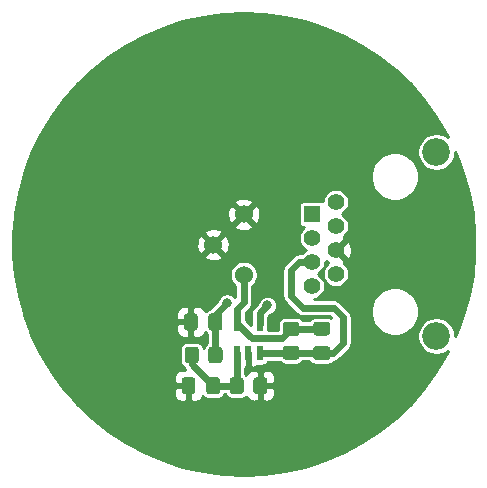
<source format=gbr>
%TF.GenerationSoftware,KiCad,Pcbnew,(5.1.8-0-10_14)*%
%TF.CreationDate,2021-03-11T09:36:11+11:00*%
%TF.ProjectId,Sensor,53656e73-6f72-42e6-9b69-6361645f7063,rev?*%
%TF.SameCoordinates,Original*%
%TF.FileFunction,Copper,L2,Bot*%
%TF.FilePolarity,Positive*%
%FSLAX46Y46*%
G04 Gerber Fmt 4.6, Leading zero omitted, Abs format (unit mm)*
G04 Created by KiCad (PCBNEW (5.1.8-0-10_14)) date 2021-03-11 09:36:11*
%MOMM*%
%LPD*%
G01*
G04 APERTURE LIST*
%TA.AperFunction,ComponentPad*%
%ADD10C,1.524000*%
%TD*%
%TA.AperFunction,SMDPad,CuDef*%
%ADD11R,0.590000X1.210000*%
%TD*%
%TA.AperFunction,ComponentPad*%
%ADD12C,2.355000*%
%TD*%
%TA.AperFunction,ComponentPad*%
%ADD13C,1.398000*%
%TD*%
%TA.AperFunction,ComponentPad*%
%ADD14R,1.398000X1.398000*%
%TD*%
%TA.AperFunction,ViaPad*%
%ADD15C,0.800000*%
%TD*%
%TA.AperFunction,Conductor*%
%ADD16C,0.600000*%
%TD*%
%TA.AperFunction,Conductor*%
%ADD17C,0.254000*%
%TD*%
%TA.AperFunction,Conductor*%
%ADD18C,0.100000*%
%TD*%
G04 APERTURE END LIST*
D10*
%TO.P,D1,2*%
%TO.N,/AnalogGND*%
X208000000Y-83660000D03*
%TO.P,D1,3*%
%TO.N,Net-(C2-Pad2)*%
X210600000Y-86200000D03*
%TO.P,D1,1*%
%TO.N,/AnalogGND*%
X210600000Y-81100000D03*
%TD*%
D11*
%TO.P,U1,5*%
%TO.N,/3.3V*%
X211950000Y-90345000D03*
%TO.P,U1,4*%
%TO.N,Net-(C2-Pad2)*%
X210050000Y-90345000D03*
%TO.P,U1,3*%
%TO.N,Net-(C1-Pad1)*%
X210050000Y-92855000D03*
%TO.P,U1,2*%
%TO.N,/AnalogGND*%
X211000000Y-92855000D03*
%TO.P,U1,1*%
%TO.N,/Fout*%
X211950000Y-92855000D03*
%TD*%
%TO.P,R3,2*%
%TO.N,Net-(C2-Pad2)*%
%TA.AperFunction,SMDPad,CuDef*%
G36*
G01*
X215050001Y-91400000D02*
X214149999Y-91400000D01*
G75*
G02*
X213900000Y-91150001I0J249999D01*
G01*
X213900000Y-90449999D01*
G75*
G02*
X214149999Y-90200000I249999J0D01*
G01*
X215050001Y-90200000D01*
G75*
G02*
X215300000Y-90449999I0J-249999D01*
G01*
X215300000Y-91150001D01*
G75*
G02*
X215050001Y-91400000I-249999J0D01*
G01*
G37*
%TD.AperFunction*%
%TO.P,R3,1*%
%TO.N,/Fout*%
%TA.AperFunction,SMDPad,CuDef*%
G36*
G01*
X215050001Y-93400000D02*
X214149999Y-93400000D01*
G75*
G02*
X213900000Y-93150001I0J249999D01*
G01*
X213900000Y-92449999D01*
G75*
G02*
X214149999Y-92200000I249999J0D01*
G01*
X215050001Y-92200000D01*
G75*
G02*
X215300000Y-92449999I0J-249999D01*
G01*
X215300000Y-93150001D01*
G75*
G02*
X215050001Y-93400000I-249999J0D01*
G01*
G37*
%TD.AperFunction*%
%TD*%
%TO.P,R2,2*%
%TO.N,/AnalogGND*%
%TA.AperFunction,SMDPad,CuDef*%
G36*
G01*
X211400000Y-96050001D02*
X211400000Y-95149999D01*
G75*
G02*
X211649999Y-94900000I249999J0D01*
G01*
X212350001Y-94900000D01*
G75*
G02*
X212600000Y-95149999I0J-249999D01*
G01*
X212600000Y-96050001D01*
G75*
G02*
X212350001Y-96300000I-249999J0D01*
G01*
X211649999Y-96300000D01*
G75*
G02*
X211400000Y-96050001I0J249999D01*
G01*
G37*
%TD.AperFunction*%
%TO.P,R2,1*%
%TO.N,Net-(C1-Pad1)*%
%TA.AperFunction,SMDPad,CuDef*%
G36*
G01*
X209400000Y-96050001D02*
X209400000Y-95149999D01*
G75*
G02*
X209649999Y-94900000I249999J0D01*
G01*
X210350001Y-94900000D01*
G75*
G02*
X210600000Y-95149999I0J-249999D01*
G01*
X210600000Y-96050001D01*
G75*
G02*
X210350001Y-96300000I-249999J0D01*
G01*
X209649999Y-96300000D01*
G75*
G02*
X209400000Y-96050001I0J249999D01*
G01*
G37*
%TD.AperFunction*%
%TD*%
%TO.P,R1,2*%
%TO.N,Net-(C1-Pad1)*%
%TA.AperFunction,SMDPad,CuDef*%
G36*
G01*
X206800000Y-92549999D02*
X206800000Y-93450001D01*
G75*
G02*
X206550001Y-93700000I-249999J0D01*
G01*
X205849999Y-93700000D01*
G75*
G02*
X205600000Y-93450001I0J249999D01*
G01*
X205600000Y-92549999D01*
G75*
G02*
X205849999Y-92300000I249999J0D01*
G01*
X206550001Y-92300000D01*
G75*
G02*
X206800000Y-92549999I0J-249999D01*
G01*
G37*
%TD.AperFunction*%
%TO.P,R1,1*%
%TO.N,/3.3V*%
%TA.AperFunction,SMDPad,CuDef*%
G36*
G01*
X208800000Y-92549999D02*
X208800000Y-93450001D01*
G75*
G02*
X208550001Y-93700000I-249999J0D01*
G01*
X207849999Y-93700000D01*
G75*
G02*
X207600000Y-93450001I0J249999D01*
G01*
X207600000Y-92549999D01*
G75*
G02*
X207849999Y-92300000I249999J0D01*
G01*
X208550001Y-92300000D01*
G75*
G02*
X208800000Y-92549999I0J-249999D01*
G01*
G37*
%TD.AperFunction*%
%TD*%
D12*
%TO.P,J1,S2*%
%TO.N,/SensorGND*%
X226910000Y-75800000D03*
%TO.P,J1,S1*%
X226910000Y-91400000D03*
D13*
%TO.P,J1,8*%
X218400000Y-86135000D03*
%TO.P,J1,7*%
%TO.N,Net-(J1-Pad7)*%
X216370000Y-87155000D03*
%TO.P,J1,6*%
%TO.N,/Fout*%
X216370000Y-85125000D03*
%TO.P,J1,5*%
%TO.N,Net-(J1-Pad5)*%
X216370000Y-83095000D03*
%TO.P,J1,4*%
%TO.N,/AnalogGND*%
X218400000Y-84105000D03*
%TO.P,J1,3*%
%TO.N,Net-(J1-Pad3)*%
X218400000Y-82075000D03*
%TO.P,J1,2*%
%TO.N,Net-(J1-Pad2)*%
X218400000Y-80045000D03*
D14*
%TO.P,J1,1*%
%TO.N,/3.3V*%
X216370000Y-81065000D03*
%TD*%
%TO.P,C3,2*%
%TO.N,/3.3V*%
%TA.AperFunction,SMDPad,CuDef*%
G36*
G01*
X207612500Y-90675000D02*
X207612500Y-89725000D01*
G75*
G02*
X207862500Y-89475000I250000J0D01*
G01*
X208537500Y-89475000D01*
G75*
G02*
X208787500Y-89725000I0J-250000D01*
G01*
X208787500Y-90675000D01*
G75*
G02*
X208537500Y-90925000I-250000J0D01*
G01*
X207862500Y-90925000D01*
G75*
G02*
X207612500Y-90675000I0J250000D01*
G01*
G37*
%TD.AperFunction*%
%TO.P,C3,1*%
%TO.N,/AnalogGND*%
%TA.AperFunction,SMDPad,CuDef*%
G36*
G01*
X205537500Y-90675000D02*
X205537500Y-89725000D01*
G75*
G02*
X205787500Y-89475000I250000J0D01*
G01*
X206462500Y-89475000D01*
G75*
G02*
X206712500Y-89725000I0J-250000D01*
G01*
X206712500Y-90675000D01*
G75*
G02*
X206462500Y-90925000I-250000J0D01*
G01*
X205787500Y-90925000D01*
G75*
G02*
X205537500Y-90675000I0J250000D01*
G01*
G37*
%TD.AperFunction*%
%TD*%
%TO.P,C2,2*%
%TO.N,Net-(C2-Pad2)*%
%TA.AperFunction,SMDPad,CuDef*%
G36*
G01*
X217675000Y-91350000D02*
X216725000Y-91350000D01*
G75*
G02*
X216475000Y-91100000I0J250000D01*
G01*
X216475000Y-90425000D01*
G75*
G02*
X216725000Y-90175000I250000J0D01*
G01*
X217675000Y-90175000D01*
G75*
G02*
X217925000Y-90425000I0J-250000D01*
G01*
X217925000Y-91100000D01*
G75*
G02*
X217675000Y-91350000I-250000J0D01*
G01*
G37*
%TD.AperFunction*%
%TO.P,C2,1*%
%TO.N,/Fout*%
%TA.AperFunction,SMDPad,CuDef*%
G36*
G01*
X217675000Y-93425000D02*
X216725000Y-93425000D01*
G75*
G02*
X216475000Y-93175000I0J250000D01*
G01*
X216475000Y-92500000D01*
G75*
G02*
X216725000Y-92250000I250000J0D01*
G01*
X217675000Y-92250000D01*
G75*
G02*
X217925000Y-92500000I0J-250000D01*
G01*
X217925000Y-93175000D01*
G75*
G02*
X217675000Y-93425000I-250000J0D01*
G01*
G37*
%TD.AperFunction*%
%TD*%
%TO.P,C1,2*%
%TO.N,/AnalogGND*%
%TA.AperFunction,SMDPad,CuDef*%
G36*
G01*
X206512500Y-95125000D02*
X206512500Y-96075000D01*
G75*
G02*
X206262500Y-96325000I-250000J0D01*
G01*
X205587500Y-96325000D01*
G75*
G02*
X205337500Y-96075000I0J250000D01*
G01*
X205337500Y-95125000D01*
G75*
G02*
X205587500Y-94875000I250000J0D01*
G01*
X206262500Y-94875000D01*
G75*
G02*
X206512500Y-95125000I0J-250000D01*
G01*
G37*
%TD.AperFunction*%
%TO.P,C1,1*%
%TO.N,Net-(C1-Pad1)*%
%TA.AperFunction,SMDPad,CuDef*%
G36*
G01*
X208587500Y-95125000D02*
X208587500Y-96075000D01*
G75*
G02*
X208337500Y-96325000I-250000J0D01*
G01*
X207662500Y-96325000D01*
G75*
G02*
X207412500Y-96075000I0J250000D01*
G01*
X207412500Y-95125000D01*
G75*
G02*
X207662500Y-94875000I250000J0D01*
G01*
X208337500Y-94875000D01*
G75*
G02*
X208587500Y-95125000I0J-250000D01*
G01*
G37*
%TD.AperFunction*%
%TD*%
D15*
%TO.N,/3.3V*%
X212600000Y-88800000D03*
X209200000Y-88600000D03*
%TD*%
D16*
%TO.N,Net-(C1-Pad1)*%
X206200000Y-93800000D02*
X208000000Y-95600000D01*
X206200000Y-93000000D02*
X206200000Y-93800000D01*
X208000000Y-95600000D02*
X210000000Y-95600000D01*
X210000000Y-92905000D02*
X210050000Y-92855000D01*
X210000000Y-95600000D02*
X210000000Y-92905000D01*
%TO.N,Net-(C2-Pad2)*%
X217162500Y-90800000D02*
X217200000Y-90762500D01*
X214600000Y-90800000D02*
X217162500Y-90800000D01*
X214600000Y-90800000D02*
X213800000Y-91600000D01*
X211305000Y-91600000D02*
X210050000Y-90345000D01*
X213800000Y-91600000D02*
X211305000Y-91600000D01*
X210600000Y-86200000D02*
X210600000Y-88532002D01*
X210050000Y-89082002D02*
X210050000Y-90345000D01*
X210600000Y-88532002D02*
X210050000Y-89082002D01*
%TO.N,/Fout*%
X214545000Y-92855000D02*
X214600000Y-92800000D01*
X211950000Y-92855000D02*
X214545000Y-92855000D01*
X217162500Y-92800000D02*
X217200000Y-92837500D01*
X214600000Y-92800000D02*
X217162500Y-92800000D01*
X214600000Y-85800000D02*
X215275000Y-85125000D01*
X214600000Y-88000000D02*
X214600000Y-85800000D01*
X215275000Y-85125000D02*
X216370000Y-85125000D01*
X215600000Y-89000000D02*
X214600000Y-88000000D01*
X219000000Y-89800000D02*
X218200000Y-89000000D01*
X218200000Y-89000000D02*
X215600000Y-89000000D01*
X219000000Y-92000000D02*
X219000000Y-89800000D01*
X218162500Y-92837500D02*
X219000000Y-92000000D01*
X217200000Y-92837500D02*
X218162500Y-92837500D01*
%TO.N,/3.3V*%
X211950000Y-90345000D02*
X211950000Y-89450000D01*
X211950000Y-89450000D02*
X212600000Y-88800000D01*
X208200000Y-90200000D02*
X208200000Y-89600000D01*
X208200000Y-89600000D02*
X209200000Y-88600000D01*
X208200000Y-90200000D02*
X208200000Y-93000000D01*
%TD*%
D17*
%TO.N,/AnalogGND*%
X212352269Y-64130695D02*
X214090430Y-64366144D01*
X215800488Y-64756454D01*
X217468675Y-65298481D01*
X219081559Y-65987861D01*
X220626155Y-66819043D01*
X222090026Y-67785336D01*
X223461386Y-68878959D01*
X224729194Y-70091107D01*
X225883242Y-71412021D01*
X226914238Y-72831066D01*
X227813881Y-74336815D01*
X227911459Y-74539439D01*
X227670016Y-74378111D01*
X227378015Y-74257161D01*
X227068029Y-74195500D01*
X226751971Y-74195500D01*
X226441985Y-74257161D01*
X226149984Y-74378111D01*
X225887191Y-74553704D01*
X225663704Y-74777191D01*
X225488111Y-75039984D01*
X225367161Y-75331985D01*
X225305500Y-75641971D01*
X225305500Y-75958029D01*
X225367161Y-76268015D01*
X225488111Y-76560016D01*
X225663704Y-76822809D01*
X225887191Y-77046296D01*
X226149984Y-77221889D01*
X226441985Y-77342839D01*
X226751971Y-77404500D01*
X227068029Y-77404500D01*
X227378015Y-77342839D01*
X227670016Y-77221889D01*
X227932809Y-77046296D01*
X228156296Y-76822809D01*
X228331889Y-76560016D01*
X228452839Y-76268015D01*
X228514500Y-75958029D01*
X228514500Y-75791665D01*
X228574929Y-75917147D01*
X229191253Y-77559336D01*
X229657891Y-79250161D01*
X229971086Y-80976008D01*
X230128316Y-82722982D01*
X230128316Y-84477018D01*
X229971086Y-86223992D01*
X229657891Y-87949839D01*
X229191253Y-89640664D01*
X228574929Y-91282853D01*
X228514500Y-91408335D01*
X228514500Y-91241971D01*
X228452839Y-90931985D01*
X228331889Y-90639984D01*
X228156296Y-90377191D01*
X227932809Y-90153704D01*
X227670016Y-89978111D01*
X227378015Y-89857161D01*
X227068029Y-89795500D01*
X226751971Y-89795500D01*
X226441985Y-89857161D01*
X226149984Y-89978111D01*
X225887191Y-90153704D01*
X225663704Y-90377191D01*
X225488111Y-90639984D01*
X225367161Y-90931985D01*
X225305500Y-91241971D01*
X225305500Y-91558029D01*
X225367161Y-91868015D01*
X225488111Y-92160016D01*
X225663704Y-92422809D01*
X225887191Y-92646296D01*
X226149984Y-92821889D01*
X226441985Y-92942839D01*
X226751971Y-93004500D01*
X227068029Y-93004500D01*
X227378015Y-92942839D01*
X227670016Y-92821889D01*
X227911459Y-92660561D01*
X227813881Y-92863185D01*
X226914238Y-94368934D01*
X225883242Y-95787979D01*
X224729194Y-97108893D01*
X223461386Y-98321041D01*
X222090026Y-99414664D01*
X220626155Y-100380957D01*
X219081559Y-101212139D01*
X217468675Y-101901519D01*
X215800488Y-102443546D01*
X214090430Y-102833856D01*
X212352269Y-103069305D01*
X210600000Y-103148000D01*
X208847731Y-103069305D01*
X207109570Y-102833856D01*
X205399512Y-102443546D01*
X203731325Y-101901519D01*
X202118441Y-101212139D01*
X200573845Y-100380957D01*
X199109974Y-99414664D01*
X197738614Y-98321041D01*
X196470806Y-97108893D01*
X195785940Y-96325000D01*
X204699428Y-96325000D01*
X204711688Y-96449482D01*
X204747998Y-96569180D01*
X204806963Y-96679494D01*
X204886315Y-96776185D01*
X204983006Y-96855537D01*
X205093320Y-96914502D01*
X205213018Y-96950812D01*
X205337500Y-96963072D01*
X205639250Y-96960000D01*
X205798000Y-96801250D01*
X205798000Y-95727000D01*
X204861250Y-95727000D01*
X204702500Y-95885750D01*
X204699428Y-96325000D01*
X195785940Y-96325000D01*
X195316758Y-95787979D01*
X194653441Y-94875000D01*
X204699428Y-94875000D01*
X204702500Y-95314250D01*
X204861250Y-95473000D01*
X205798000Y-95473000D01*
X205798000Y-95453000D01*
X206052000Y-95453000D01*
X206052000Y-95473000D01*
X206072000Y-95473000D01*
X206072000Y-95727000D01*
X206052000Y-95727000D01*
X206052000Y-96801250D01*
X206210750Y-96960000D01*
X206512500Y-96963072D01*
X206636982Y-96950812D01*
X206756680Y-96914502D01*
X206866994Y-96855537D01*
X206963685Y-96776185D01*
X207043037Y-96679494D01*
X207102002Y-96569180D01*
X207126782Y-96487490D01*
X207182328Y-96555172D01*
X207285231Y-96639623D01*
X207402633Y-96702375D01*
X207530021Y-96741018D01*
X207662500Y-96754066D01*
X208337500Y-96754066D01*
X208469979Y-96741018D01*
X208597367Y-96702375D01*
X208714769Y-96639623D01*
X208817672Y-96555172D01*
X208902123Y-96452269D01*
X208964875Y-96334867D01*
X208967261Y-96327000D01*
X209031782Y-96327000D01*
X209085377Y-96427269D01*
X209169828Y-96530172D01*
X209272731Y-96614623D01*
X209390132Y-96677375D01*
X209517520Y-96716018D01*
X209649999Y-96729066D01*
X210350001Y-96729066D01*
X210482480Y-96716018D01*
X210609868Y-96677375D01*
X210727269Y-96614623D01*
X210811292Y-96545666D01*
X210869463Y-96654494D01*
X210948815Y-96751185D01*
X211045506Y-96830537D01*
X211155820Y-96889502D01*
X211275518Y-96925812D01*
X211400000Y-96938072D01*
X211714250Y-96935000D01*
X211873000Y-96776250D01*
X211873000Y-95727000D01*
X212127000Y-95727000D01*
X212127000Y-96776250D01*
X212285750Y-96935000D01*
X212600000Y-96938072D01*
X212724482Y-96925812D01*
X212844180Y-96889502D01*
X212954494Y-96830537D01*
X213051185Y-96751185D01*
X213130537Y-96654494D01*
X213189502Y-96544180D01*
X213225812Y-96424482D01*
X213238072Y-96300000D01*
X213235000Y-95885750D01*
X213076250Y-95727000D01*
X212127000Y-95727000D01*
X211873000Y-95727000D01*
X211853000Y-95727000D01*
X211853000Y-95473000D01*
X211873000Y-95473000D01*
X211873000Y-94423750D01*
X212127000Y-94423750D01*
X212127000Y-95473000D01*
X213076250Y-95473000D01*
X213235000Y-95314250D01*
X213238072Y-94900000D01*
X213225812Y-94775518D01*
X213189502Y-94655820D01*
X213130537Y-94545506D01*
X213051185Y-94448815D01*
X212954494Y-94369463D01*
X212844180Y-94310498D01*
X212724482Y-94274188D01*
X212600000Y-94261928D01*
X212285750Y-94265000D01*
X212127000Y-94423750D01*
X211873000Y-94423750D01*
X211714250Y-94265000D01*
X211400000Y-94261928D01*
X211275518Y-94274188D01*
X211155820Y-94310498D01*
X211045506Y-94369463D01*
X210948815Y-94448815D01*
X210869463Y-94545506D01*
X210811292Y-94654334D01*
X210727269Y-94585377D01*
X210727000Y-94585233D01*
X210727000Y-94082250D01*
X210873000Y-93936250D01*
X210873000Y-92982000D01*
X210853000Y-92982000D01*
X210853000Y-92728000D01*
X210873000Y-92728000D01*
X210873000Y-92708000D01*
X211127000Y-92708000D01*
X211127000Y-92728000D01*
X211147000Y-92728000D01*
X211147000Y-92982000D01*
X211127000Y-92982000D01*
X211127000Y-93936250D01*
X211285750Y-94095000D01*
X211295000Y-94098072D01*
X211419482Y-94085812D01*
X211539180Y-94049502D01*
X211649494Y-93990537D01*
X211746185Y-93911185D01*
X211764338Y-93889066D01*
X212245000Y-93889066D01*
X212328707Y-93880822D01*
X212409196Y-93856405D01*
X212483376Y-93816755D01*
X212548395Y-93763395D01*
X212601755Y-93698376D01*
X212641405Y-93624196D01*
X212654206Y-93582000D01*
X213630294Y-93582000D01*
X213669828Y-93630172D01*
X213772731Y-93714623D01*
X213890132Y-93777375D01*
X214017520Y-93816018D01*
X214149999Y-93829066D01*
X215050001Y-93829066D01*
X215182480Y-93816018D01*
X215309868Y-93777375D01*
X215427269Y-93714623D01*
X215530172Y-93630172D01*
X215614623Y-93527269D01*
X215614767Y-93527000D01*
X216146871Y-93527000D01*
X216160377Y-93552269D01*
X216244828Y-93655172D01*
X216347731Y-93739623D01*
X216465133Y-93802375D01*
X216592521Y-93841018D01*
X216725000Y-93854066D01*
X217675000Y-93854066D01*
X217807479Y-93841018D01*
X217934867Y-93802375D01*
X218052269Y-93739623D01*
X218155172Y-93655172D01*
X218232345Y-93561138D01*
X218305017Y-93553980D01*
X218384366Y-93529910D01*
X218442057Y-93512410D01*
X218568353Y-93444903D01*
X218679054Y-93354054D01*
X218701825Y-93326307D01*
X219488821Y-92539313D01*
X219516553Y-92516554D01*
X219539312Y-92488822D01*
X219539316Y-92488818D01*
X219607402Y-92405854D01*
X219607404Y-92405852D01*
X219674910Y-92279557D01*
X219689913Y-92230097D01*
X219716480Y-92142518D01*
X219730517Y-92000000D01*
X219727000Y-91964292D01*
X219727000Y-89835708D01*
X219730517Y-89800000D01*
X219716480Y-89657482D01*
X219674910Y-89520443D01*
X219624963Y-89427000D01*
X219607403Y-89394147D01*
X219516554Y-89283446D01*
X219488817Y-89260683D01*
X219341030Y-89112896D01*
X221348000Y-89112896D01*
X221348000Y-89517104D01*
X221426857Y-89913546D01*
X221581541Y-90286987D01*
X221806107Y-90623074D01*
X222091926Y-90908893D01*
X222428013Y-91133459D01*
X222801454Y-91288143D01*
X223197896Y-91367000D01*
X223602104Y-91367000D01*
X223998546Y-91288143D01*
X224371987Y-91133459D01*
X224708074Y-90908893D01*
X224993893Y-90623074D01*
X225218459Y-90286987D01*
X225373143Y-89913546D01*
X225452000Y-89517104D01*
X225452000Y-89112896D01*
X225373143Y-88716454D01*
X225218459Y-88343013D01*
X224993893Y-88006926D01*
X224708074Y-87721107D01*
X224371987Y-87496541D01*
X223998546Y-87341857D01*
X223602104Y-87263000D01*
X223197896Y-87263000D01*
X222801454Y-87341857D01*
X222428013Y-87496541D01*
X222091926Y-87721107D01*
X221806107Y-88006926D01*
X221581541Y-88343013D01*
X221426857Y-88716454D01*
X221348000Y-89112896D01*
X219341030Y-89112896D01*
X218739325Y-88511193D01*
X218716554Y-88483446D01*
X218605853Y-88392597D01*
X218479557Y-88325090D01*
X218342517Y-88283520D01*
X218235708Y-88273000D01*
X218200000Y-88269483D01*
X218164292Y-88273000D01*
X216521119Y-88273000D01*
X216698442Y-88237728D01*
X216903361Y-88152848D01*
X217087783Y-88029621D01*
X217244621Y-87872783D01*
X217367848Y-87688361D01*
X217452728Y-87483442D01*
X217496000Y-87265901D01*
X217496000Y-87044099D01*
X217452728Y-86826558D01*
X217367848Y-86621639D01*
X217244621Y-86437217D01*
X217087783Y-86280379D01*
X216903361Y-86157152D01*
X216861952Y-86140000D01*
X216903361Y-86122848D01*
X217087783Y-85999621D01*
X217244621Y-85842783D01*
X217367848Y-85658361D01*
X217452728Y-85453442D01*
X217496000Y-85235901D01*
X217496000Y-85095820D01*
X217542394Y-85142214D01*
X217659051Y-85025557D01*
X217713393Y-85239548D01*
X217682217Y-85260379D01*
X217525379Y-85417217D01*
X217402152Y-85601639D01*
X217317272Y-85806558D01*
X217274000Y-86024099D01*
X217274000Y-86245901D01*
X217317272Y-86463442D01*
X217402152Y-86668361D01*
X217525379Y-86852783D01*
X217682217Y-87009621D01*
X217866639Y-87132848D01*
X218071558Y-87217728D01*
X218289099Y-87261000D01*
X218510901Y-87261000D01*
X218728442Y-87217728D01*
X218933361Y-87132848D01*
X219117783Y-87009621D01*
X219274621Y-86852783D01*
X219397848Y-86668361D01*
X219482728Y-86463442D01*
X219526000Y-86245901D01*
X219526000Y-86024099D01*
X219482728Y-85806558D01*
X219397848Y-85601639D01*
X219274621Y-85417217D01*
X219117783Y-85260379D01*
X219086607Y-85239548D01*
X219140950Y-85025555D01*
X218400000Y-84284605D01*
X218385858Y-84298748D01*
X218206253Y-84119143D01*
X218220395Y-84105000D01*
X218579605Y-84105000D01*
X219320555Y-84845950D01*
X219554221Y-84786611D01*
X219665018Y-84548336D01*
X219727202Y-84293025D01*
X219738382Y-84030488D01*
X219698129Y-83770814D01*
X219607990Y-83523983D01*
X219554221Y-83423389D01*
X219320555Y-83364050D01*
X218579605Y-84105000D01*
X218220395Y-84105000D01*
X218206253Y-84090858D01*
X218385858Y-83911253D01*
X218400000Y-83925395D01*
X219140950Y-83184445D01*
X219086607Y-82970452D01*
X219117783Y-82949621D01*
X219274621Y-82792783D01*
X219397848Y-82608361D01*
X219482728Y-82403442D01*
X219526000Y-82185901D01*
X219526000Y-81964099D01*
X219482728Y-81746558D01*
X219397848Y-81541639D01*
X219274621Y-81357217D01*
X219117783Y-81200379D01*
X218933361Y-81077152D01*
X218891952Y-81060000D01*
X218933361Y-81042848D01*
X219117783Y-80919621D01*
X219274621Y-80762783D01*
X219397848Y-80578361D01*
X219482728Y-80373442D01*
X219526000Y-80155901D01*
X219526000Y-79934099D01*
X219482728Y-79716558D01*
X219397848Y-79511639D01*
X219274621Y-79327217D01*
X219117783Y-79170379D01*
X218933361Y-79047152D01*
X218728442Y-78962272D01*
X218510901Y-78919000D01*
X218289099Y-78919000D01*
X218071558Y-78962272D01*
X217866639Y-79047152D01*
X217682217Y-79170379D01*
X217525379Y-79327217D01*
X217402152Y-79511639D01*
X217317272Y-79716558D01*
X217274000Y-79934099D01*
X217274000Y-79991405D01*
X217233196Y-79969595D01*
X217152707Y-79945178D01*
X217069000Y-79936934D01*
X215671000Y-79936934D01*
X215587293Y-79945178D01*
X215506804Y-79969595D01*
X215432624Y-80009245D01*
X215367605Y-80062605D01*
X215314245Y-80127624D01*
X215274595Y-80201804D01*
X215250178Y-80282293D01*
X215241934Y-80366000D01*
X215241934Y-81764000D01*
X215250178Y-81847707D01*
X215274595Y-81928196D01*
X215314245Y-82002376D01*
X215367605Y-82067395D01*
X215432624Y-82120755D01*
X215506804Y-82160405D01*
X215587293Y-82184822D01*
X215671000Y-82193066D01*
X215693094Y-82193066D01*
X215652217Y-82220379D01*
X215495379Y-82377217D01*
X215372152Y-82561639D01*
X215287272Y-82766558D01*
X215244000Y-82984099D01*
X215244000Y-83205901D01*
X215287272Y-83423442D01*
X215372152Y-83628361D01*
X215495379Y-83812783D01*
X215652217Y-83969621D01*
X215836639Y-84092848D01*
X215878048Y-84110000D01*
X215836639Y-84127152D01*
X215652217Y-84250379D01*
X215504596Y-84398000D01*
X215310707Y-84398000D01*
X215274999Y-84394483D01*
X215132482Y-84408520D01*
X215100587Y-84418195D01*
X214995443Y-84450090D01*
X214869147Y-84517597D01*
X214758446Y-84608446D01*
X214735679Y-84636189D01*
X214111189Y-85260679D01*
X214083447Y-85283446D01*
X214012400Y-85370018D01*
X213992598Y-85394147D01*
X213925090Y-85520444D01*
X213883520Y-85657483D01*
X213869483Y-85800000D01*
X213873001Y-85835718D01*
X213873000Y-87964292D01*
X213869483Y-88000000D01*
X213883520Y-88142517D01*
X213912402Y-88237728D01*
X213925090Y-88279556D01*
X213992597Y-88405852D01*
X214083446Y-88516553D01*
X214111189Y-88539321D01*
X215060679Y-89488812D01*
X215083446Y-89516554D01*
X215194147Y-89607403D01*
X215320443Y-89674910D01*
X215457482Y-89716480D01*
X215600000Y-89730517D01*
X215635708Y-89727000D01*
X217898867Y-89727000D01*
X218009251Y-89837383D01*
X217934867Y-89797625D01*
X217807479Y-89758982D01*
X217675000Y-89745934D01*
X216725000Y-89745934D01*
X216592521Y-89758982D01*
X216465133Y-89797625D01*
X216347731Y-89860377D01*
X216244828Y-89944828D01*
X216160377Y-90047731D01*
X216146871Y-90073000D01*
X215614767Y-90073000D01*
X215614623Y-90072731D01*
X215530172Y-89969828D01*
X215427269Y-89885377D01*
X215309868Y-89822625D01*
X215182480Y-89783982D01*
X215050001Y-89770934D01*
X214149999Y-89770934D01*
X214017520Y-89783982D01*
X213890132Y-89822625D01*
X213772731Y-89885377D01*
X213669828Y-89969828D01*
X213585377Y-90072731D01*
X213522625Y-90190132D01*
X213483982Y-90317520D01*
X213470934Y-90449999D01*
X213470934Y-90873000D01*
X212674066Y-90873000D01*
X212674066Y-90410497D01*
X212677000Y-90380708D01*
X212677000Y-89751133D01*
X212830851Y-89597282D01*
X212841227Y-89595218D01*
X212991731Y-89532877D01*
X213127181Y-89442372D01*
X213242372Y-89327181D01*
X213332877Y-89191731D01*
X213395218Y-89041227D01*
X213427000Y-88881452D01*
X213427000Y-88718548D01*
X213395218Y-88558773D01*
X213332877Y-88408269D01*
X213242372Y-88272819D01*
X213127181Y-88157628D01*
X212991731Y-88067123D01*
X212841227Y-88004782D01*
X212681452Y-87973000D01*
X212518548Y-87973000D01*
X212358773Y-88004782D01*
X212208269Y-88067123D01*
X212072819Y-88157628D01*
X211957628Y-88272819D01*
X211867123Y-88408269D01*
X211804782Y-88558773D01*
X211802718Y-88569149D01*
X211461188Y-88910679D01*
X211433447Y-88933446D01*
X211374025Y-89005853D01*
X211342598Y-89044147D01*
X211275090Y-89170444D01*
X211233520Y-89307483D01*
X211219483Y-89450000D01*
X211223000Y-89485708D01*
X211223000Y-90380707D01*
X211225934Y-90410496D01*
X211225934Y-90492801D01*
X210777000Y-90043868D01*
X210777000Y-89383134D01*
X211088811Y-89071324D01*
X211116554Y-89048556D01*
X211207403Y-88937855D01*
X211274910Y-88811559D01*
X211316480Y-88674519D01*
X211327000Y-88567710D01*
X211327000Y-88567708D01*
X211330517Y-88532003D01*
X211327000Y-88496297D01*
X211327000Y-87144232D01*
X211357943Y-87123557D01*
X211523557Y-86957943D01*
X211653678Y-86763203D01*
X211743307Y-86546818D01*
X211789000Y-86317106D01*
X211789000Y-86082894D01*
X211743307Y-85853182D01*
X211653678Y-85636797D01*
X211523557Y-85442057D01*
X211357943Y-85276443D01*
X211163203Y-85146322D01*
X210946818Y-85056693D01*
X210717106Y-85011000D01*
X210482894Y-85011000D01*
X210253182Y-85056693D01*
X210036797Y-85146322D01*
X209842057Y-85276443D01*
X209676443Y-85442057D01*
X209546322Y-85636797D01*
X209456693Y-85853182D01*
X209411000Y-86082894D01*
X209411000Y-86317106D01*
X209456693Y-86546818D01*
X209546322Y-86763203D01*
X209676443Y-86957943D01*
X209842057Y-87123557D01*
X209873000Y-87144233D01*
X209873001Y-88118658D01*
X209842372Y-88072819D01*
X209727181Y-87957628D01*
X209591731Y-87867123D01*
X209441227Y-87804782D01*
X209281452Y-87773000D01*
X209118548Y-87773000D01*
X208958773Y-87804782D01*
X208808269Y-87867123D01*
X208672819Y-87957628D01*
X208557628Y-88072819D01*
X208467123Y-88208269D01*
X208404782Y-88358773D01*
X208402718Y-88369149D01*
X207711189Y-89060679D01*
X207703427Y-89067049D01*
X207602633Y-89097625D01*
X207485231Y-89160377D01*
X207382328Y-89244828D01*
X207326782Y-89312510D01*
X207302002Y-89230820D01*
X207243037Y-89120506D01*
X207163685Y-89023815D01*
X207066994Y-88944463D01*
X206956680Y-88885498D01*
X206836982Y-88849188D01*
X206712500Y-88836928D01*
X206410750Y-88840000D01*
X206252000Y-88998750D01*
X206252000Y-90073000D01*
X206272000Y-90073000D01*
X206272000Y-90327000D01*
X206252000Y-90327000D01*
X206252000Y-91401250D01*
X206410750Y-91560000D01*
X206712500Y-91563072D01*
X206836982Y-91550812D01*
X206956680Y-91514502D01*
X207066994Y-91455537D01*
X207163685Y-91376185D01*
X207243037Y-91279494D01*
X207302002Y-91169180D01*
X207326782Y-91087490D01*
X207382328Y-91155172D01*
X207473000Y-91229586D01*
X207473001Y-91985233D01*
X207472731Y-91985377D01*
X207369828Y-92069828D01*
X207285377Y-92172731D01*
X207222625Y-92290132D01*
X207200000Y-92364716D01*
X207177375Y-92290132D01*
X207114623Y-92172731D01*
X207030172Y-92069828D01*
X206927269Y-91985377D01*
X206809868Y-91922625D01*
X206682480Y-91883982D01*
X206550001Y-91870934D01*
X205849999Y-91870934D01*
X205717520Y-91883982D01*
X205590132Y-91922625D01*
X205472731Y-91985377D01*
X205369828Y-92069828D01*
X205285377Y-92172731D01*
X205222625Y-92290132D01*
X205183982Y-92417520D01*
X205170934Y-92549999D01*
X205170934Y-93450001D01*
X205183982Y-93582480D01*
X205222625Y-93709868D01*
X205285377Y-93827269D01*
X205369828Y-93930172D01*
X205472731Y-94014623D01*
X205511714Y-94035460D01*
X205525090Y-94079556D01*
X205544580Y-94116018D01*
X205592598Y-94205853D01*
X205620464Y-94239809D01*
X205337500Y-94236928D01*
X205213018Y-94249188D01*
X205093320Y-94285498D01*
X204983006Y-94344463D01*
X204886315Y-94423815D01*
X204806963Y-94520506D01*
X204747998Y-94630820D01*
X204711688Y-94750518D01*
X204699428Y-94875000D01*
X194653441Y-94875000D01*
X194285762Y-94368934D01*
X193386119Y-92863185D01*
X192625071Y-91282853D01*
X192490767Y-90925000D01*
X204899428Y-90925000D01*
X204911688Y-91049482D01*
X204947998Y-91169180D01*
X205006963Y-91279494D01*
X205086315Y-91376185D01*
X205183006Y-91455537D01*
X205293320Y-91514502D01*
X205413018Y-91550812D01*
X205537500Y-91563072D01*
X205839250Y-91560000D01*
X205998000Y-91401250D01*
X205998000Y-90327000D01*
X205061250Y-90327000D01*
X204902500Y-90485750D01*
X204899428Y-90925000D01*
X192490767Y-90925000D01*
X192008747Y-89640664D01*
X191963027Y-89475000D01*
X204899428Y-89475000D01*
X204902500Y-89914250D01*
X205061250Y-90073000D01*
X205998000Y-90073000D01*
X205998000Y-88998750D01*
X205839250Y-88840000D01*
X205537500Y-88836928D01*
X205413018Y-88849188D01*
X205293320Y-88885498D01*
X205183006Y-88944463D01*
X205086315Y-89023815D01*
X205006963Y-89120506D01*
X204947998Y-89230820D01*
X204911688Y-89350518D01*
X204899428Y-89475000D01*
X191963027Y-89475000D01*
X191542109Y-87949839D01*
X191228914Y-86223992D01*
X191085054Y-84625565D01*
X207214040Y-84625565D01*
X207281020Y-84865656D01*
X207530048Y-84982756D01*
X207797135Y-85049023D01*
X208072017Y-85061910D01*
X208344133Y-85020922D01*
X208603023Y-84927636D01*
X208718980Y-84865656D01*
X208785960Y-84625565D01*
X208000000Y-83839605D01*
X207214040Y-84625565D01*
X191085054Y-84625565D01*
X191071684Y-84477018D01*
X191071684Y-83732017D01*
X206598090Y-83732017D01*
X206639078Y-84004133D01*
X206732364Y-84263023D01*
X206794344Y-84378980D01*
X207034435Y-84445960D01*
X207820395Y-83660000D01*
X208179605Y-83660000D01*
X208965565Y-84445960D01*
X209205656Y-84378980D01*
X209322756Y-84129952D01*
X209389023Y-83862865D01*
X209401910Y-83587983D01*
X209360922Y-83315867D01*
X209267636Y-83056977D01*
X209205656Y-82941020D01*
X208965565Y-82874040D01*
X208179605Y-83660000D01*
X207820395Y-83660000D01*
X207034435Y-82874040D01*
X206794344Y-82941020D01*
X206677244Y-83190048D01*
X206610977Y-83457135D01*
X206598090Y-83732017D01*
X191071684Y-83732017D01*
X191071684Y-82722982D01*
X191074253Y-82694435D01*
X207214040Y-82694435D01*
X208000000Y-83480395D01*
X208785960Y-82694435D01*
X208718980Y-82454344D01*
X208469952Y-82337244D01*
X208202865Y-82270977D01*
X207927983Y-82258090D01*
X207655867Y-82299078D01*
X207396977Y-82392364D01*
X207281020Y-82454344D01*
X207214040Y-82694435D01*
X191074253Y-82694435D01*
X191130851Y-82065565D01*
X209814040Y-82065565D01*
X209881020Y-82305656D01*
X210130048Y-82422756D01*
X210397135Y-82489023D01*
X210672017Y-82501910D01*
X210944133Y-82460922D01*
X211203023Y-82367636D01*
X211318980Y-82305656D01*
X211385960Y-82065565D01*
X210600000Y-81279605D01*
X209814040Y-82065565D01*
X191130851Y-82065565D01*
X191211272Y-81172017D01*
X209198090Y-81172017D01*
X209239078Y-81444133D01*
X209332364Y-81703023D01*
X209394344Y-81818980D01*
X209634435Y-81885960D01*
X210420395Y-81100000D01*
X210779605Y-81100000D01*
X211565565Y-81885960D01*
X211805656Y-81818980D01*
X211922756Y-81569952D01*
X211989023Y-81302865D01*
X212001910Y-81027983D01*
X211960922Y-80755867D01*
X211867636Y-80496977D01*
X211805656Y-80381020D01*
X211565565Y-80314040D01*
X210779605Y-81100000D01*
X210420395Y-81100000D01*
X209634435Y-80314040D01*
X209394344Y-80381020D01*
X209277244Y-80630048D01*
X209210977Y-80897135D01*
X209198090Y-81172017D01*
X191211272Y-81172017D01*
X191228914Y-80976008D01*
X191381636Y-80134435D01*
X209814040Y-80134435D01*
X210600000Y-80920395D01*
X211385960Y-80134435D01*
X211318980Y-79894344D01*
X211069952Y-79777244D01*
X210802865Y-79710977D01*
X210527983Y-79698090D01*
X210255867Y-79739078D01*
X209996977Y-79832364D01*
X209881020Y-79894344D01*
X209814040Y-80134435D01*
X191381636Y-80134435D01*
X191542109Y-79250161D01*
X191974646Y-77682896D01*
X221348000Y-77682896D01*
X221348000Y-78087104D01*
X221426857Y-78483546D01*
X221581541Y-78856987D01*
X221806107Y-79193074D01*
X222091926Y-79478893D01*
X222428013Y-79703459D01*
X222801454Y-79858143D01*
X223197896Y-79937000D01*
X223602104Y-79937000D01*
X223998546Y-79858143D01*
X224371987Y-79703459D01*
X224708074Y-79478893D01*
X224993893Y-79193074D01*
X225218459Y-78856987D01*
X225373143Y-78483546D01*
X225452000Y-78087104D01*
X225452000Y-77682896D01*
X225373143Y-77286454D01*
X225218459Y-76913013D01*
X224993893Y-76576926D01*
X224708074Y-76291107D01*
X224371987Y-76066541D01*
X223998546Y-75911857D01*
X223602104Y-75833000D01*
X223197896Y-75833000D01*
X222801454Y-75911857D01*
X222428013Y-76066541D01*
X222091926Y-76291107D01*
X221806107Y-76576926D01*
X221581541Y-76913013D01*
X221426857Y-77286454D01*
X221348000Y-77682896D01*
X191974646Y-77682896D01*
X192008747Y-77559336D01*
X192625071Y-75917147D01*
X193386119Y-74336815D01*
X194285762Y-72831066D01*
X195316758Y-71412021D01*
X196470806Y-70091107D01*
X197738614Y-68878959D01*
X199109974Y-67785336D01*
X200573845Y-66819043D01*
X202118441Y-65987861D01*
X203731325Y-65298481D01*
X205399512Y-64756454D01*
X207109570Y-64366144D01*
X208847731Y-64130695D01*
X210600000Y-64052000D01*
X212352269Y-64130695D01*
%TA.AperFunction,Conductor*%
D18*
G36*
X212352269Y-64130695D02*
G01*
X214090430Y-64366144D01*
X215800488Y-64756454D01*
X217468675Y-65298481D01*
X219081559Y-65987861D01*
X220626155Y-66819043D01*
X222090026Y-67785336D01*
X223461386Y-68878959D01*
X224729194Y-70091107D01*
X225883242Y-71412021D01*
X226914238Y-72831066D01*
X227813881Y-74336815D01*
X227911459Y-74539439D01*
X227670016Y-74378111D01*
X227378015Y-74257161D01*
X227068029Y-74195500D01*
X226751971Y-74195500D01*
X226441985Y-74257161D01*
X226149984Y-74378111D01*
X225887191Y-74553704D01*
X225663704Y-74777191D01*
X225488111Y-75039984D01*
X225367161Y-75331985D01*
X225305500Y-75641971D01*
X225305500Y-75958029D01*
X225367161Y-76268015D01*
X225488111Y-76560016D01*
X225663704Y-76822809D01*
X225887191Y-77046296D01*
X226149984Y-77221889D01*
X226441985Y-77342839D01*
X226751971Y-77404500D01*
X227068029Y-77404500D01*
X227378015Y-77342839D01*
X227670016Y-77221889D01*
X227932809Y-77046296D01*
X228156296Y-76822809D01*
X228331889Y-76560016D01*
X228452839Y-76268015D01*
X228514500Y-75958029D01*
X228514500Y-75791665D01*
X228574929Y-75917147D01*
X229191253Y-77559336D01*
X229657891Y-79250161D01*
X229971086Y-80976008D01*
X230128316Y-82722982D01*
X230128316Y-84477018D01*
X229971086Y-86223992D01*
X229657891Y-87949839D01*
X229191253Y-89640664D01*
X228574929Y-91282853D01*
X228514500Y-91408335D01*
X228514500Y-91241971D01*
X228452839Y-90931985D01*
X228331889Y-90639984D01*
X228156296Y-90377191D01*
X227932809Y-90153704D01*
X227670016Y-89978111D01*
X227378015Y-89857161D01*
X227068029Y-89795500D01*
X226751971Y-89795500D01*
X226441985Y-89857161D01*
X226149984Y-89978111D01*
X225887191Y-90153704D01*
X225663704Y-90377191D01*
X225488111Y-90639984D01*
X225367161Y-90931985D01*
X225305500Y-91241971D01*
X225305500Y-91558029D01*
X225367161Y-91868015D01*
X225488111Y-92160016D01*
X225663704Y-92422809D01*
X225887191Y-92646296D01*
X226149984Y-92821889D01*
X226441985Y-92942839D01*
X226751971Y-93004500D01*
X227068029Y-93004500D01*
X227378015Y-92942839D01*
X227670016Y-92821889D01*
X227911459Y-92660561D01*
X227813881Y-92863185D01*
X226914238Y-94368934D01*
X225883242Y-95787979D01*
X224729194Y-97108893D01*
X223461386Y-98321041D01*
X222090026Y-99414664D01*
X220626155Y-100380957D01*
X219081559Y-101212139D01*
X217468675Y-101901519D01*
X215800488Y-102443546D01*
X214090430Y-102833856D01*
X212352269Y-103069305D01*
X210600000Y-103148000D01*
X208847731Y-103069305D01*
X207109570Y-102833856D01*
X205399512Y-102443546D01*
X203731325Y-101901519D01*
X202118441Y-101212139D01*
X200573845Y-100380957D01*
X199109974Y-99414664D01*
X197738614Y-98321041D01*
X196470806Y-97108893D01*
X195785940Y-96325000D01*
X204699428Y-96325000D01*
X204711688Y-96449482D01*
X204747998Y-96569180D01*
X204806963Y-96679494D01*
X204886315Y-96776185D01*
X204983006Y-96855537D01*
X205093320Y-96914502D01*
X205213018Y-96950812D01*
X205337500Y-96963072D01*
X205639250Y-96960000D01*
X205798000Y-96801250D01*
X205798000Y-95727000D01*
X204861250Y-95727000D01*
X204702500Y-95885750D01*
X204699428Y-96325000D01*
X195785940Y-96325000D01*
X195316758Y-95787979D01*
X194653441Y-94875000D01*
X204699428Y-94875000D01*
X204702500Y-95314250D01*
X204861250Y-95473000D01*
X205798000Y-95473000D01*
X205798000Y-95453000D01*
X206052000Y-95453000D01*
X206052000Y-95473000D01*
X206072000Y-95473000D01*
X206072000Y-95727000D01*
X206052000Y-95727000D01*
X206052000Y-96801250D01*
X206210750Y-96960000D01*
X206512500Y-96963072D01*
X206636982Y-96950812D01*
X206756680Y-96914502D01*
X206866994Y-96855537D01*
X206963685Y-96776185D01*
X207043037Y-96679494D01*
X207102002Y-96569180D01*
X207126782Y-96487490D01*
X207182328Y-96555172D01*
X207285231Y-96639623D01*
X207402633Y-96702375D01*
X207530021Y-96741018D01*
X207662500Y-96754066D01*
X208337500Y-96754066D01*
X208469979Y-96741018D01*
X208597367Y-96702375D01*
X208714769Y-96639623D01*
X208817672Y-96555172D01*
X208902123Y-96452269D01*
X208964875Y-96334867D01*
X208967261Y-96327000D01*
X209031782Y-96327000D01*
X209085377Y-96427269D01*
X209169828Y-96530172D01*
X209272731Y-96614623D01*
X209390132Y-96677375D01*
X209517520Y-96716018D01*
X209649999Y-96729066D01*
X210350001Y-96729066D01*
X210482480Y-96716018D01*
X210609868Y-96677375D01*
X210727269Y-96614623D01*
X210811292Y-96545666D01*
X210869463Y-96654494D01*
X210948815Y-96751185D01*
X211045506Y-96830537D01*
X211155820Y-96889502D01*
X211275518Y-96925812D01*
X211400000Y-96938072D01*
X211714250Y-96935000D01*
X211873000Y-96776250D01*
X211873000Y-95727000D01*
X212127000Y-95727000D01*
X212127000Y-96776250D01*
X212285750Y-96935000D01*
X212600000Y-96938072D01*
X212724482Y-96925812D01*
X212844180Y-96889502D01*
X212954494Y-96830537D01*
X213051185Y-96751185D01*
X213130537Y-96654494D01*
X213189502Y-96544180D01*
X213225812Y-96424482D01*
X213238072Y-96300000D01*
X213235000Y-95885750D01*
X213076250Y-95727000D01*
X212127000Y-95727000D01*
X211873000Y-95727000D01*
X211853000Y-95727000D01*
X211853000Y-95473000D01*
X211873000Y-95473000D01*
X211873000Y-94423750D01*
X212127000Y-94423750D01*
X212127000Y-95473000D01*
X213076250Y-95473000D01*
X213235000Y-95314250D01*
X213238072Y-94900000D01*
X213225812Y-94775518D01*
X213189502Y-94655820D01*
X213130537Y-94545506D01*
X213051185Y-94448815D01*
X212954494Y-94369463D01*
X212844180Y-94310498D01*
X212724482Y-94274188D01*
X212600000Y-94261928D01*
X212285750Y-94265000D01*
X212127000Y-94423750D01*
X211873000Y-94423750D01*
X211714250Y-94265000D01*
X211400000Y-94261928D01*
X211275518Y-94274188D01*
X211155820Y-94310498D01*
X211045506Y-94369463D01*
X210948815Y-94448815D01*
X210869463Y-94545506D01*
X210811292Y-94654334D01*
X210727269Y-94585377D01*
X210727000Y-94585233D01*
X210727000Y-94082250D01*
X210873000Y-93936250D01*
X210873000Y-92982000D01*
X210853000Y-92982000D01*
X210853000Y-92728000D01*
X210873000Y-92728000D01*
X210873000Y-92708000D01*
X211127000Y-92708000D01*
X211127000Y-92728000D01*
X211147000Y-92728000D01*
X211147000Y-92982000D01*
X211127000Y-92982000D01*
X211127000Y-93936250D01*
X211285750Y-94095000D01*
X211295000Y-94098072D01*
X211419482Y-94085812D01*
X211539180Y-94049502D01*
X211649494Y-93990537D01*
X211746185Y-93911185D01*
X211764338Y-93889066D01*
X212245000Y-93889066D01*
X212328707Y-93880822D01*
X212409196Y-93856405D01*
X212483376Y-93816755D01*
X212548395Y-93763395D01*
X212601755Y-93698376D01*
X212641405Y-93624196D01*
X212654206Y-93582000D01*
X213630294Y-93582000D01*
X213669828Y-93630172D01*
X213772731Y-93714623D01*
X213890132Y-93777375D01*
X214017520Y-93816018D01*
X214149999Y-93829066D01*
X215050001Y-93829066D01*
X215182480Y-93816018D01*
X215309868Y-93777375D01*
X215427269Y-93714623D01*
X215530172Y-93630172D01*
X215614623Y-93527269D01*
X215614767Y-93527000D01*
X216146871Y-93527000D01*
X216160377Y-93552269D01*
X216244828Y-93655172D01*
X216347731Y-93739623D01*
X216465133Y-93802375D01*
X216592521Y-93841018D01*
X216725000Y-93854066D01*
X217675000Y-93854066D01*
X217807479Y-93841018D01*
X217934867Y-93802375D01*
X218052269Y-93739623D01*
X218155172Y-93655172D01*
X218232345Y-93561138D01*
X218305017Y-93553980D01*
X218384366Y-93529910D01*
X218442057Y-93512410D01*
X218568353Y-93444903D01*
X218679054Y-93354054D01*
X218701825Y-93326307D01*
X219488821Y-92539313D01*
X219516553Y-92516554D01*
X219539312Y-92488822D01*
X219539316Y-92488818D01*
X219607402Y-92405854D01*
X219607404Y-92405852D01*
X219674910Y-92279557D01*
X219689913Y-92230097D01*
X219716480Y-92142518D01*
X219730517Y-92000000D01*
X219727000Y-91964292D01*
X219727000Y-89835708D01*
X219730517Y-89800000D01*
X219716480Y-89657482D01*
X219674910Y-89520443D01*
X219624963Y-89427000D01*
X219607403Y-89394147D01*
X219516554Y-89283446D01*
X219488817Y-89260683D01*
X219341030Y-89112896D01*
X221348000Y-89112896D01*
X221348000Y-89517104D01*
X221426857Y-89913546D01*
X221581541Y-90286987D01*
X221806107Y-90623074D01*
X222091926Y-90908893D01*
X222428013Y-91133459D01*
X222801454Y-91288143D01*
X223197896Y-91367000D01*
X223602104Y-91367000D01*
X223998546Y-91288143D01*
X224371987Y-91133459D01*
X224708074Y-90908893D01*
X224993893Y-90623074D01*
X225218459Y-90286987D01*
X225373143Y-89913546D01*
X225452000Y-89517104D01*
X225452000Y-89112896D01*
X225373143Y-88716454D01*
X225218459Y-88343013D01*
X224993893Y-88006926D01*
X224708074Y-87721107D01*
X224371987Y-87496541D01*
X223998546Y-87341857D01*
X223602104Y-87263000D01*
X223197896Y-87263000D01*
X222801454Y-87341857D01*
X222428013Y-87496541D01*
X222091926Y-87721107D01*
X221806107Y-88006926D01*
X221581541Y-88343013D01*
X221426857Y-88716454D01*
X221348000Y-89112896D01*
X219341030Y-89112896D01*
X218739325Y-88511193D01*
X218716554Y-88483446D01*
X218605853Y-88392597D01*
X218479557Y-88325090D01*
X218342517Y-88283520D01*
X218235708Y-88273000D01*
X218200000Y-88269483D01*
X218164292Y-88273000D01*
X216521119Y-88273000D01*
X216698442Y-88237728D01*
X216903361Y-88152848D01*
X217087783Y-88029621D01*
X217244621Y-87872783D01*
X217367848Y-87688361D01*
X217452728Y-87483442D01*
X217496000Y-87265901D01*
X217496000Y-87044099D01*
X217452728Y-86826558D01*
X217367848Y-86621639D01*
X217244621Y-86437217D01*
X217087783Y-86280379D01*
X216903361Y-86157152D01*
X216861952Y-86140000D01*
X216903361Y-86122848D01*
X217087783Y-85999621D01*
X217244621Y-85842783D01*
X217367848Y-85658361D01*
X217452728Y-85453442D01*
X217496000Y-85235901D01*
X217496000Y-85095820D01*
X217542394Y-85142214D01*
X217659051Y-85025557D01*
X217713393Y-85239548D01*
X217682217Y-85260379D01*
X217525379Y-85417217D01*
X217402152Y-85601639D01*
X217317272Y-85806558D01*
X217274000Y-86024099D01*
X217274000Y-86245901D01*
X217317272Y-86463442D01*
X217402152Y-86668361D01*
X217525379Y-86852783D01*
X217682217Y-87009621D01*
X217866639Y-87132848D01*
X218071558Y-87217728D01*
X218289099Y-87261000D01*
X218510901Y-87261000D01*
X218728442Y-87217728D01*
X218933361Y-87132848D01*
X219117783Y-87009621D01*
X219274621Y-86852783D01*
X219397848Y-86668361D01*
X219482728Y-86463442D01*
X219526000Y-86245901D01*
X219526000Y-86024099D01*
X219482728Y-85806558D01*
X219397848Y-85601639D01*
X219274621Y-85417217D01*
X219117783Y-85260379D01*
X219086607Y-85239548D01*
X219140950Y-85025555D01*
X218400000Y-84284605D01*
X218385858Y-84298748D01*
X218206253Y-84119143D01*
X218220395Y-84105000D01*
X218579605Y-84105000D01*
X219320555Y-84845950D01*
X219554221Y-84786611D01*
X219665018Y-84548336D01*
X219727202Y-84293025D01*
X219738382Y-84030488D01*
X219698129Y-83770814D01*
X219607990Y-83523983D01*
X219554221Y-83423389D01*
X219320555Y-83364050D01*
X218579605Y-84105000D01*
X218220395Y-84105000D01*
X218206253Y-84090858D01*
X218385858Y-83911253D01*
X218400000Y-83925395D01*
X219140950Y-83184445D01*
X219086607Y-82970452D01*
X219117783Y-82949621D01*
X219274621Y-82792783D01*
X219397848Y-82608361D01*
X219482728Y-82403442D01*
X219526000Y-82185901D01*
X219526000Y-81964099D01*
X219482728Y-81746558D01*
X219397848Y-81541639D01*
X219274621Y-81357217D01*
X219117783Y-81200379D01*
X218933361Y-81077152D01*
X218891952Y-81060000D01*
X218933361Y-81042848D01*
X219117783Y-80919621D01*
X219274621Y-80762783D01*
X219397848Y-80578361D01*
X219482728Y-80373442D01*
X219526000Y-80155901D01*
X219526000Y-79934099D01*
X219482728Y-79716558D01*
X219397848Y-79511639D01*
X219274621Y-79327217D01*
X219117783Y-79170379D01*
X218933361Y-79047152D01*
X218728442Y-78962272D01*
X218510901Y-78919000D01*
X218289099Y-78919000D01*
X218071558Y-78962272D01*
X217866639Y-79047152D01*
X217682217Y-79170379D01*
X217525379Y-79327217D01*
X217402152Y-79511639D01*
X217317272Y-79716558D01*
X217274000Y-79934099D01*
X217274000Y-79991405D01*
X217233196Y-79969595D01*
X217152707Y-79945178D01*
X217069000Y-79936934D01*
X215671000Y-79936934D01*
X215587293Y-79945178D01*
X215506804Y-79969595D01*
X215432624Y-80009245D01*
X215367605Y-80062605D01*
X215314245Y-80127624D01*
X215274595Y-80201804D01*
X215250178Y-80282293D01*
X215241934Y-80366000D01*
X215241934Y-81764000D01*
X215250178Y-81847707D01*
X215274595Y-81928196D01*
X215314245Y-82002376D01*
X215367605Y-82067395D01*
X215432624Y-82120755D01*
X215506804Y-82160405D01*
X215587293Y-82184822D01*
X215671000Y-82193066D01*
X215693094Y-82193066D01*
X215652217Y-82220379D01*
X215495379Y-82377217D01*
X215372152Y-82561639D01*
X215287272Y-82766558D01*
X215244000Y-82984099D01*
X215244000Y-83205901D01*
X215287272Y-83423442D01*
X215372152Y-83628361D01*
X215495379Y-83812783D01*
X215652217Y-83969621D01*
X215836639Y-84092848D01*
X215878048Y-84110000D01*
X215836639Y-84127152D01*
X215652217Y-84250379D01*
X215504596Y-84398000D01*
X215310707Y-84398000D01*
X215274999Y-84394483D01*
X215132482Y-84408520D01*
X215100587Y-84418195D01*
X214995443Y-84450090D01*
X214869147Y-84517597D01*
X214758446Y-84608446D01*
X214735679Y-84636189D01*
X214111189Y-85260679D01*
X214083447Y-85283446D01*
X214012400Y-85370018D01*
X213992598Y-85394147D01*
X213925090Y-85520444D01*
X213883520Y-85657483D01*
X213869483Y-85800000D01*
X213873001Y-85835718D01*
X213873000Y-87964292D01*
X213869483Y-88000000D01*
X213883520Y-88142517D01*
X213912402Y-88237728D01*
X213925090Y-88279556D01*
X213992597Y-88405852D01*
X214083446Y-88516553D01*
X214111189Y-88539321D01*
X215060679Y-89488812D01*
X215083446Y-89516554D01*
X215194147Y-89607403D01*
X215320443Y-89674910D01*
X215457482Y-89716480D01*
X215600000Y-89730517D01*
X215635708Y-89727000D01*
X217898867Y-89727000D01*
X218009251Y-89837383D01*
X217934867Y-89797625D01*
X217807479Y-89758982D01*
X217675000Y-89745934D01*
X216725000Y-89745934D01*
X216592521Y-89758982D01*
X216465133Y-89797625D01*
X216347731Y-89860377D01*
X216244828Y-89944828D01*
X216160377Y-90047731D01*
X216146871Y-90073000D01*
X215614767Y-90073000D01*
X215614623Y-90072731D01*
X215530172Y-89969828D01*
X215427269Y-89885377D01*
X215309868Y-89822625D01*
X215182480Y-89783982D01*
X215050001Y-89770934D01*
X214149999Y-89770934D01*
X214017520Y-89783982D01*
X213890132Y-89822625D01*
X213772731Y-89885377D01*
X213669828Y-89969828D01*
X213585377Y-90072731D01*
X213522625Y-90190132D01*
X213483982Y-90317520D01*
X213470934Y-90449999D01*
X213470934Y-90873000D01*
X212674066Y-90873000D01*
X212674066Y-90410497D01*
X212677000Y-90380708D01*
X212677000Y-89751133D01*
X212830851Y-89597282D01*
X212841227Y-89595218D01*
X212991731Y-89532877D01*
X213127181Y-89442372D01*
X213242372Y-89327181D01*
X213332877Y-89191731D01*
X213395218Y-89041227D01*
X213427000Y-88881452D01*
X213427000Y-88718548D01*
X213395218Y-88558773D01*
X213332877Y-88408269D01*
X213242372Y-88272819D01*
X213127181Y-88157628D01*
X212991731Y-88067123D01*
X212841227Y-88004782D01*
X212681452Y-87973000D01*
X212518548Y-87973000D01*
X212358773Y-88004782D01*
X212208269Y-88067123D01*
X212072819Y-88157628D01*
X211957628Y-88272819D01*
X211867123Y-88408269D01*
X211804782Y-88558773D01*
X211802718Y-88569149D01*
X211461188Y-88910679D01*
X211433447Y-88933446D01*
X211374025Y-89005853D01*
X211342598Y-89044147D01*
X211275090Y-89170444D01*
X211233520Y-89307483D01*
X211219483Y-89450000D01*
X211223000Y-89485708D01*
X211223000Y-90380707D01*
X211225934Y-90410496D01*
X211225934Y-90492801D01*
X210777000Y-90043868D01*
X210777000Y-89383134D01*
X211088811Y-89071324D01*
X211116554Y-89048556D01*
X211207403Y-88937855D01*
X211274910Y-88811559D01*
X211316480Y-88674519D01*
X211327000Y-88567710D01*
X211327000Y-88567708D01*
X211330517Y-88532003D01*
X211327000Y-88496297D01*
X211327000Y-87144232D01*
X211357943Y-87123557D01*
X211523557Y-86957943D01*
X211653678Y-86763203D01*
X211743307Y-86546818D01*
X211789000Y-86317106D01*
X211789000Y-86082894D01*
X211743307Y-85853182D01*
X211653678Y-85636797D01*
X211523557Y-85442057D01*
X211357943Y-85276443D01*
X211163203Y-85146322D01*
X210946818Y-85056693D01*
X210717106Y-85011000D01*
X210482894Y-85011000D01*
X210253182Y-85056693D01*
X210036797Y-85146322D01*
X209842057Y-85276443D01*
X209676443Y-85442057D01*
X209546322Y-85636797D01*
X209456693Y-85853182D01*
X209411000Y-86082894D01*
X209411000Y-86317106D01*
X209456693Y-86546818D01*
X209546322Y-86763203D01*
X209676443Y-86957943D01*
X209842057Y-87123557D01*
X209873000Y-87144233D01*
X209873001Y-88118658D01*
X209842372Y-88072819D01*
X209727181Y-87957628D01*
X209591731Y-87867123D01*
X209441227Y-87804782D01*
X209281452Y-87773000D01*
X209118548Y-87773000D01*
X208958773Y-87804782D01*
X208808269Y-87867123D01*
X208672819Y-87957628D01*
X208557628Y-88072819D01*
X208467123Y-88208269D01*
X208404782Y-88358773D01*
X208402718Y-88369149D01*
X207711189Y-89060679D01*
X207703427Y-89067049D01*
X207602633Y-89097625D01*
X207485231Y-89160377D01*
X207382328Y-89244828D01*
X207326782Y-89312510D01*
X207302002Y-89230820D01*
X207243037Y-89120506D01*
X207163685Y-89023815D01*
X207066994Y-88944463D01*
X206956680Y-88885498D01*
X206836982Y-88849188D01*
X206712500Y-88836928D01*
X206410750Y-88840000D01*
X206252000Y-88998750D01*
X206252000Y-90073000D01*
X206272000Y-90073000D01*
X206272000Y-90327000D01*
X206252000Y-90327000D01*
X206252000Y-91401250D01*
X206410750Y-91560000D01*
X206712500Y-91563072D01*
X206836982Y-91550812D01*
X206956680Y-91514502D01*
X207066994Y-91455537D01*
X207163685Y-91376185D01*
X207243037Y-91279494D01*
X207302002Y-91169180D01*
X207326782Y-91087490D01*
X207382328Y-91155172D01*
X207473000Y-91229586D01*
X207473001Y-91985233D01*
X207472731Y-91985377D01*
X207369828Y-92069828D01*
X207285377Y-92172731D01*
X207222625Y-92290132D01*
X207200000Y-92364716D01*
X207177375Y-92290132D01*
X207114623Y-92172731D01*
X207030172Y-92069828D01*
X206927269Y-91985377D01*
X206809868Y-91922625D01*
X206682480Y-91883982D01*
X206550001Y-91870934D01*
X205849999Y-91870934D01*
X205717520Y-91883982D01*
X205590132Y-91922625D01*
X205472731Y-91985377D01*
X205369828Y-92069828D01*
X205285377Y-92172731D01*
X205222625Y-92290132D01*
X205183982Y-92417520D01*
X205170934Y-92549999D01*
X205170934Y-93450001D01*
X205183982Y-93582480D01*
X205222625Y-93709868D01*
X205285377Y-93827269D01*
X205369828Y-93930172D01*
X205472731Y-94014623D01*
X205511714Y-94035460D01*
X205525090Y-94079556D01*
X205544580Y-94116018D01*
X205592598Y-94205853D01*
X205620464Y-94239809D01*
X205337500Y-94236928D01*
X205213018Y-94249188D01*
X205093320Y-94285498D01*
X204983006Y-94344463D01*
X204886315Y-94423815D01*
X204806963Y-94520506D01*
X204747998Y-94630820D01*
X204711688Y-94750518D01*
X204699428Y-94875000D01*
X194653441Y-94875000D01*
X194285762Y-94368934D01*
X193386119Y-92863185D01*
X192625071Y-91282853D01*
X192490767Y-90925000D01*
X204899428Y-90925000D01*
X204911688Y-91049482D01*
X204947998Y-91169180D01*
X205006963Y-91279494D01*
X205086315Y-91376185D01*
X205183006Y-91455537D01*
X205293320Y-91514502D01*
X205413018Y-91550812D01*
X205537500Y-91563072D01*
X205839250Y-91560000D01*
X205998000Y-91401250D01*
X205998000Y-90327000D01*
X205061250Y-90327000D01*
X204902500Y-90485750D01*
X204899428Y-90925000D01*
X192490767Y-90925000D01*
X192008747Y-89640664D01*
X191963027Y-89475000D01*
X204899428Y-89475000D01*
X204902500Y-89914250D01*
X205061250Y-90073000D01*
X205998000Y-90073000D01*
X205998000Y-88998750D01*
X205839250Y-88840000D01*
X205537500Y-88836928D01*
X205413018Y-88849188D01*
X205293320Y-88885498D01*
X205183006Y-88944463D01*
X205086315Y-89023815D01*
X205006963Y-89120506D01*
X204947998Y-89230820D01*
X204911688Y-89350518D01*
X204899428Y-89475000D01*
X191963027Y-89475000D01*
X191542109Y-87949839D01*
X191228914Y-86223992D01*
X191085054Y-84625565D01*
X207214040Y-84625565D01*
X207281020Y-84865656D01*
X207530048Y-84982756D01*
X207797135Y-85049023D01*
X208072017Y-85061910D01*
X208344133Y-85020922D01*
X208603023Y-84927636D01*
X208718980Y-84865656D01*
X208785960Y-84625565D01*
X208000000Y-83839605D01*
X207214040Y-84625565D01*
X191085054Y-84625565D01*
X191071684Y-84477018D01*
X191071684Y-83732017D01*
X206598090Y-83732017D01*
X206639078Y-84004133D01*
X206732364Y-84263023D01*
X206794344Y-84378980D01*
X207034435Y-84445960D01*
X207820395Y-83660000D01*
X208179605Y-83660000D01*
X208965565Y-84445960D01*
X209205656Y-84378980D01*
X209322756Y-84129952D01*
X209389023Y-83862865D01*
X209401910Y-83587983D01*
X209360922Y-83315867D01*
X209267636Y-83056977D01*
X209205656Y-82941020D01*
X208965565Y-82874040D01*
X208179605Y-83660000D01*
X207820395Y-83660000D01*
X207034435Y-82874040D01*
X206794344Y-82941020D01*
X206677244Y-83190048D01*
X206610977Y-83457135D01*
X206598090Y-83732017D01*
X191071684Y-83732017D01*
X191071684Y-82722982D01*
X191074253Y-82694435D01*
X207214040Y-82694435D01*
X208000000Y-83480395D01*
X208785960Y-82694435D01*
X208718980Y-82454344D01*
X208469952Y-82337244D01*
X208202865Y-82270977D01*
X207927983Y-82258090D01*
X207655867Y-82299078D01*
X207396977Y-82392364D01*
X207281020Y-82454344D01*
X207214040Y-82694435D01*
X191074253Y-82694435D01*
X191130851Y-82065565D01*
X209814040Y-82065565D01*
X209881020Y-82305656D01*
X210130048Y-82422756D01*
X210397135Y-82489023D01*
X210672017Y-82501910D01*
X210944133Y-82460922D01*
X211203023Y-82367636D01*
X211318980Y-82305656D01*
X211385960Y-82065565D01*
X210600000Y-81279605D01*
X209814040Y-82065565D01*
X191130851Y-82065565D01*
X191211272Y-81172017D01*
X209198090Y-81172017D01*
X209239078Y-81444133D01*
X209332364Y-81703023D01*
X209394344Y-81818980D01*
X209634435Y-81885960D01*
X210420395Y-81100000D01*
X210779605Y-81100000D01*
X211565565Y-81885960D01*
X211805656Y-81818980D01*
X211922756Y-81569952D01*
X211989023Y-81302865D01*
X212001910Y-81027983D01*
X211960922Y-80755867D01*
X211867636Y-80496977D01*
X211805656Y-80381020D01*
X211565565Y-80314040D01*
X210779605Y-81100000D01*
X210420395Y-81100000D01*
X209634435Y-80314040D01*
X209394344Y-80381020D01*
X209277244Y-80630048D01*
X209210977Y-80897135D01*
X209198090Y-81172017D01*
X191211272Y-81172017D01*
X191228914Y-80976008D01*
X191381636Y-80134435D01*
X209814040Y-80134435D01*
X210600000Y-80920395D01*
X211385960Y-80134435D01*
X211318980Y-79894344D01*
X211069952Y-79777244D01*
X210802865Y-79710977D01*
X210527983Y-79698090D01*
X210255867Y-79739078D01*
X209996977Y-79832364D01*
X209881020Y-79894344D01*
X209814040Y-80134435D01*
X191381636Y-80134435D01*
X191542109Y-79250161D01*
X191974646Y-77682896D01*
X221348000Y-77682896D01*
X221348000Y-78087104D01*
X221426857Y-78483546D01*
X221581541Y-78856987D01*
X221806107Y-79193074D01*
X222091926Y-79478893D01*
X222428013Y-79703459D01*
X222801454Y-79858143D01*
X223197896Y-79937000D01*
X223602104Y-79937000D01*
X223998546Y-79858143D01*
X224371987Y-79703459D01*
X224708074Y-79478893D01*
X224993893Y-79193074D01*
X225218459Y-78856987D01*
X225373143Y-78483546D01*
X225452000Y-78087104D01*
X225452000Y-77682896D01*
X225373143Y-77286454D01*
X225218459Y-76913013D01*
X224993893Y-76576926D01*
X224708074Y-76291107D01*
X224371987Y-76066541D01*
X223998546Y-75911857D01*
X223602104Y-75833000D01*
X223197896Y-75833000D01*
X222801454Y-75911857D01*
X222428013Y-76066541D01*
X222091926Y-76291107D01*
X221806107Y-76576926D01*
X221581541Y-76913013D01*
X221426857Y-77286454D01*
X221348000Y-77682896D01*
X191974646Y-77682896D01*
X192008747Y-77559336D01*
X192625071Y-75917147D01*
X193386119Y-74336815D01*
X194285762Y-72831066D01*
X195316758Y-71412021D01*
X196470806Y-70091107D01*
X197738614Y-68878959D01*
X199109974Y-67785336D01*
X200573845Y-66819043D01*
X202118441Y-65987861D01*
X203731325Y-65298481D01*
X205399512Y-64756454D01*
X207109570Y-64366144D01*
X208847731Y-64130695D01*
X210600000Y-64052000D01*
X212352269Y-64130695D01*
G37*
%TD.AperFunction*%
%TD*%
M02*

</source>
